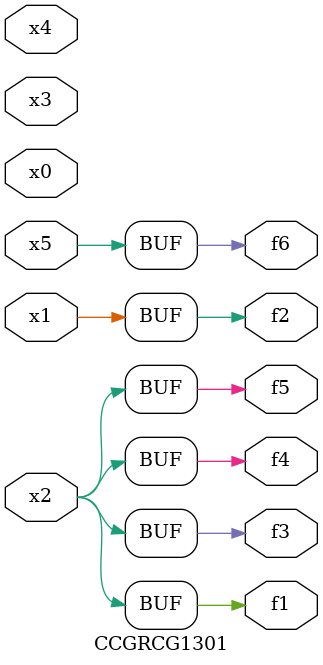
<source format=v>
module CCGRCG1301(
	input x0, x1, x2, x3, x4, x5,
	output f1, f2, f3, f4, f5, f6
);
	assign f1 = x2;
	assign f2 = x1;
	assign f3 = x2;
	assign f4 = x2;
	assign f5 = x2;
	assign f6 = x5;
endmodule

</source>
